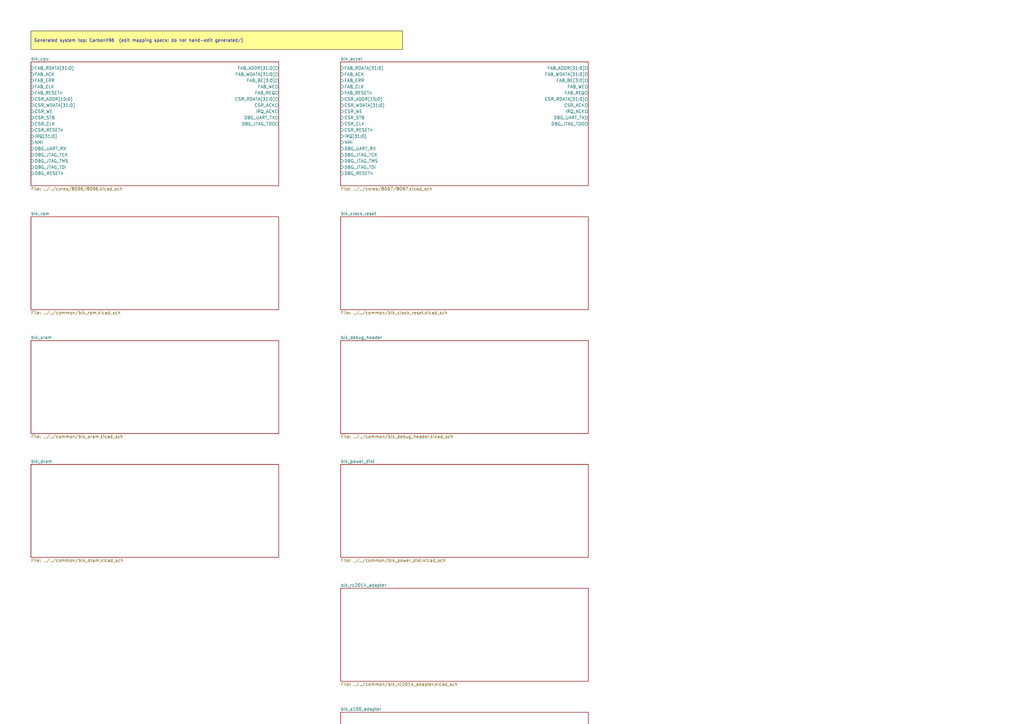
<source format=kicad_sch>
(kicad_sch
	(version 20250114)
	(generator "kicadgen")
	(generator_version "0.1")
	(uuid "25caf57d-20fb-5291-88c1-b77ee3cf2846")
	(paper "A3")
	(title_block
		(title "CarbonX96 (generated)")
		(company "Project Carbon")
		(comment 1 "Generated - do not edit in generated/")
		(comment 2 "Edit in schem/kicad9/manual/ or refine mapping specs")
	)
	(lib_symbols)
	(text_box
		"Generated system top: CarbonX96  (edit mapping specs; do not hand-edit generated/)"
		(exclude_from_sim no)
		(at
			12.7
			12.7
			0
		)
		(size 152.4 7.62)
		(margins
			1.27
			1.27
			1.27
			1.27
		)
		(stroke
			(width 0)
			(type default)
			(color
				0
				0
				0
				1
			)
		)
		(fill
			(type color)
			(color
				255
				255
				150
				1
			)
		)
		(effects
			(font
				(size 1.27 1.27)
			)
			(justify left)
		)
		(uuid "3fcdf4d7-a67b-5ed4-bf10-c8dc5f01d688")
	)
	(sheet
		(at 12.7 25.4)
		(size 101.6 50.8)
		(exclude_from_sim no)
		(in_bom yes)
		(on_board yes)
		(dnp no)
		(stroke
			(width 0)
			(type solid)
		)
		(fill
			(color
				0
				0
				0
				0
			)
		)
		(uuid "b06039b8-a32b-539a-9859-5b51987781ad")
		(property
			"Sheetname"
			"blk_cpu"
			(at
				12.7
				24.13
				0
			)
			(effects
				(font
					(size 1.27 1.27)
				)
				(justify left)
			)
		)
		(property
			"Sheetfile"
			"../../cores/8096/8096.kicad_sch"
			(at
				12.7
				77.47
				0
			)
			(effects
				(font
					(size 1.27 1.27)
				)
				(justify left)
			)
		)
		(pin
			"FAB_RDATA[31:0]"
			input
			(at
				12.7
				27.94
				180
			)
			(uuid "6a79cb50-2c79-58ca-8057-bbfec4ea8255")
			(effects
				(font
					(size 1.27 1.27)
				)
				(justify left)
			)
		)
		(pin
			"FAB_ACK"
			input
			(at
				12.7
				30.48
				180
			)
			(uuid "85b22205-babb-514d-9d6a-0e5073f37d8b")
			(effects
				(font
					(size 1.27 1.27)
				)
				(justify left)
			)
		)
		(pin
			"FAB_ERR"
			input
			(at
				12.7
				33.02
				180
			)
			(uuid "390cacd5-87f0-504e-b863-cbbf1f686ddf")
			(effects
				(font
					(size 1.27 1.27)
				)
				(justify left)
			)
		)
		(pin
			"FAB_CLK"
			input
			(at
				12.7
				35.56
				180
			)
			(uuid "2d7b8e91-667c-553c-b6d7-308a588f5b5b")
			(effects
				(font
					(size 1.27 1.27)
				)
				(justify left)
			)
		)
		(pin
			"FAB_RESETn"
			input
			(at
				12.7
				38.1
				180
			)
			(uuid "bddb34fe-7207-5584-a450-4243d65164c6")
			(effects
				(font
					(size 1.27 1.27)
				)
				(justify left)
			)
		)
		(pin
			"CSR_ADDR[15:0]"
			input
			(at
				12.7
				40.64
				180
			)
			(uuid "89b68de4-c859-5729-b74a-51204b86251b")
			(effects
				(font
					(size 1.27 1.27)
				)
				(justify left)
			)
		)
		(pin
			"CSR_WDATA[31:0]"
			input
			(at
				12.7
				43.18
				180
			)
			(uuid "e30cb9d3-69d0-5aef-86d1-2c979503ebd7")
			(effects
				(font
					(size 1.27 1.27)
				)
				(justify left)
			)
		)
		(pin
			"CSR_WE"
			input
			(at
				12.7
				45.72
				180
			)
			(uuid "2ebbd169-4c27-5422-b5b7-22e6cf19c7c2")
			(effects
				(font
					(size 1.27 1.27)
				)
				(justify left)
			)
		)
		(pin
			"CSR_STB"
			input
			(at
				12.7
				48.26
				180
			)
			(uuid "12961aa8-76bd-57da-bdfc-1662430e8560")
			(effects
				(font
					(size 1.27 1.27)
				)
				(justify left)
			)
		)
		(pin
			"CSR_CLK"
			input
			(at
				12.7
				50.8
				180
			)
			(uuid "bf01852f-1704-53e7-a017-9c8daed1c37a")
			(effects
				(font
					(size 1.27 1.27)
				)
				(justify left)
			)
		)
		(pin
			"CSR_RESETn"
			input
			(at
				12.7
				53.34
				180
			)
			(uuid "e572cb40-1622-5daf-b67a-64d2741f370d")
			(effects
				(font
					(size 1.27 1.27)
				)
				(justify left)
			)
		)
		(pin
			"IRQ[31:0]"
			input
			(at
				12.7
				55.88
				180
			)
			(uuid "786ad3c8-2d7c-5f42-bfa4-11a45393a9f4")
			(effects
				(font
					(size 1.27 1.27)
				)
				(justify left)
			)
		)
		(pin
			"NMI"
			input
			(at
				12.7
				58.42
				180
			)
			(uuid "9fecfc15-3de0-5b72-bdfc-040981dd24c7")
			(effects
				(font
					(size 1.27 1.27)
				)
				(justify left)
			)
		)
		(pin
			"DBG_UART_RX"
			input
			(at
				12.7
				60.96
				180
			)
			(uuid "33980483-8885-5fd8-bd6c-6505e33d3a35")
			(effects
				(font
					(size 1.27 1.27)
				)
				(justify left)
			)
		)
		(pin
			"DBG_JTAG_TCK"
			input
			(at
				12.7
				63.5
				180
			)
			(uuid "e506af42-7719-5665-99b2-3773a632f2ec")
			(effects
				(font
					(size 1.27 1.27)
				)
				(justify left)
			)
		)
		(pin
			"DBG_JTAG_TMS"
			input
			(at
				12.7
				66.04
				180
			)
			(uuid "3e84d3c4-8163-55b9-98f4-21d571c5c375")
			(effects
				(font
					(size 1.27 1.27)
				)
				(justify left)
			)
		)
		(pin
			"DBG_JTAG_TDI"
			input
			(at
				12.7
				68.58
				180
			)
			(uuid "a4da9b06-df43-51ef-a131-b45216b3e6b8")
			(effects
				(font
					(size 1.27 1.27)
				)
				(justify left)
			)
		)
		(pin
			"DBG_RESETn"
			input
			(at
				12.7
				71.12
				180
			)
			(uuid "f0060c9b-69da-530b-bb59-430a44196eb1")
			(effects
				(font
					(size 1.27 1.27)
				)
				(justify left)
			)
		)
		(pin
			"FAB_ADDR[31:0]"
			output
			(at
				114.3
				27.94
				0
			)
			(uuid "807c5da7-8184-51f7-8edf-d009e26fa41e")
			(effects
				(font
					(size 1.27 1.27)
				)
				(justify right)
			)
		)
		(pin
			"FAB_WDATA[31:0]"
			output
			(at
				114.3
				30.48
				0
			)
			(uuid "b0d11658-57d5-5b75-bda6-3d78d8b88744")
			(effects
				(font
					(size 1.27 1.27)
				)
				(justify right)
			)
		)
		(pin
			"FAB_BE[3:0]"
			output
			(at
				114.3
				33.02
				0
			)
			(uuid "f0db4617-6f9b-5549-8846-7f97848f1a0e")
			(effects
				(font
					(size 1.27 1.27)
				)
				(justify right)
			)
		)
		(pin
			"FAB_WE"
			output
			(at
				114.3
				35.56
				0
			)
			(uuid "3f7fd731-53a6-504f-95b1-96b6026ae50a")
			(effects
				(font
					(size 1.27 1.27)
				)
				(justify right)
			)
		)
		(pin
			"FAB_REQ"
			output
			(at
				114.3
				38.1
				0
			)
			(uuid "39a09834-0e10-5cbd-b15e-f5db170021c3")
			(effects
				(font
					(size 1.27 1.27)
				)
				(justify right)
			)
		)
		(pin
			"CSR_RDATA[31:0]"
			output
			(at
				114.3
				40.64
				0
			)
			(uuid "8c3867bd-7062-5f5f-8e18-46264ecd0c68")
			(effects
				(font
					(size 1.27 1.27)
				)
				(justify right)
			)
		)
		(pin
			"CSR_ACK"
			output
			(at
				114.3
				43.18
				0
			)
			(uuid "18e1d90f-0a42-5889-bee5-fb52729c1443")
			(effects
				(font
					(size 1.27 1.27)
				)
				(justify right)
			)
		)
		(pin
			"IRQ_ACK"
			output
			(at
				114.3
				45.72
				0
			)
			(uuid "b795cfea-ee66-5805-b538-b446d02838f0")
			(effects
				(font
					(size 1.27 1.27)
				)
				(justify right)
			)
		)
		(pin
			"DBG_UART_TX"
			output
			(at
				114.3
				48.26
				0
			)
			(uuid "f6248ef8-e7be-5266-a67e-6e9bcee95d27")
			(effects
				(font
					(size 1.27 1.27)
				)
				(justify right)
			)
		)
		(pin
			"DBG_JTAG_TDO"
			output
			(at
				114.3
				50.8
				0
			)
			(uuid "83ec51ff-f55b-5106-8144-fcf025973084")
			(effects
				(font
					(size 1.27 1.27)
				)
				(justify right)
			)
		)
		(instances
			(project
				"system_CarbonX96"
				(path
					"/25caf57d-20fb-5291-88c1-b77ee3cf2846"
					(page "2")
				)
			)
		)
	)
	(sheet
		(at 139.7 25.4)
		(size 101.6 50.8)
		(exclude_from_sim no)
		(in_bom yes)
		(on_board yes)
		(dnp no)
		(stroke
			(width 0)
			(type solid)
		)
		(fill
			(color
				0
				0
				0
				0
			)
		)
		(uuid "2e232b23-4a13-539e-b802-a1cdf625bb92")
		(property
			"Sheetname"
			"blk_accel"
			(at
				139.7
				24.13
				0
			)
			(effects
				(font
					(size 1.27 1.27)
				)
				(justify left)
			)
		)
		(property
			"Sheetfile"
			"../../cores/8097/8097.kicad_sch"
			(at
				139.7
				77.47
				0
			)
			(effects
				(font
					(size 1.27 1.27)
				)
				(justify left)
			)
		)
		(pin
			"FAB_RDATA[31:0]"
			input
			(at
				139.7
				27.94
				180
			)
			(uuid "be089933-268d-5d7d-82d0-7e45b1698fc5")
			(effects
				(font
					(size 1.27 1.27)
				)
				(justify left)
			)
		)
		(pin
			"FAB_ACK"
			input
			(at
				139.7
				30.48
				180
			)
			(uuid "040bf406-5244-56e4-85da-f888a1f287bb")
			(effects
				(font
					(size 1.27 1.27)
				)
				(justify left)
			)
		)
		(pin
			"FAB_ERR"
			input
			(at
				139.7
				33.02
				180
			)
			(uuid "6c63bc99-0a0e-5899-8cef-60f392c5438a")
			(effects
				(font
					(size 1.27 1.27)
				)
				(justify left)
			)
		)
		(pin
			"FAB_CLK"
			input
			(at
				139.7
				35.56
				180
			)
			(uuid "de3bf920-e4c9-59ae-9f09-2f1c6dda67ab")
			(effects
				(font
					(size 1.27 1.27)
				)
				(justify left)
			)
		)
		(pin
			"FAB_RESETn"
			input
			(at
				139.7
				38.1
				180
			)
			(uuid "42c1c139-593f-5a05-8e95-740d6eed7b70")
			(effects
				(font
					(size 1.27 1.27)
				)
				(justify left)
			)
		)
		(pin
			"CSR_ADDR[15:0]"
			input
			(at
				139.7
				40.64
				180
			)
			(uuid "554e656e-2fb6-564e-8caa-50f54ebdefe6")
			(effects
				(font
					(size 1.27 1.27)
				)
				(justify left)
			)
		)
		(pin
			"CSR_WDATA[31:0]"
			input
			(at
				139.7
				43.18
				180
			)
			(uuid "3b87f466-4764-533c-b048-5ec6c4c6391e")
			(effects
				(font
					(size 1.27 1.27)
				)
				(justify left)
			)
		)
		(pin
			"CSR_WE"
			input
			(at
				139.7
				45.72
				180
			)
			(uuid "d52c4b3f-451c-5cd3-bda6-3cd02757e291")
			(effects
				(font
					(size 1.27 1.27)
				)
				(justify left)
			)
		)
		(pin
			"CSR_STB"
			input
			(at
				139.7
				48.26
				180
			)
			(uuid "cd3be55f-fe84-5ebb-8f5c-41d238351b60")
			(effects
				(font
					(size 1.27 1.27)
				)
				(justify left)
			)
		)
		(pin
			"CSR_CLK"
			input
			(at
				139.7
				50.8
				180
			)
			(uuid "4ab75209-1e06-570d-8e6b-cdd1a28223a5")
			(effects
				(font
					(size 1.27 1.27)
				)
				(justify left)
			)
		)
		(pin
			"CSR_RESETn"
			input
			(at
				139.7
				53.34
				180
			)
			(uuid "b18fa990-3b92-5d9c-b4b4-cb5be5b49cc7")
			(effects
				(font
					(size 1.27 1.27)
				)
				(justify left)
			)
		)
		(pin
			"IRQ[31:0]"
			input
			(at
				139.7
				55.88
				180
			)
			(uuid "73fc2c49-68a1-5d32-a64e-f046009295a8")
			(effects
				(font
					(size 1.27 1.27)
				)
				(justify left)
			)
		)
		(pin
			"NMI"
			input
			(at
				139.7
				58.42
				180
			)
			(uuid "d921fcbd-2c3d-56b4-9a07-3fbb08ebf61b")
			(effects
				(font
					(size 1.27 1.27)
				)
				(justify left)
			)
		)
		(pin
			"DBG_UART_RX"
			input
			(at
				139.7
				60.96
				180
			)
			(uuid "ed5347e1-2b06-54af-9a71-99ab6a8ddb4e")
			(effects
				(font
					(size 1.27 1.27)
				)
				(justify left)
			)
		)
		(pin
			"DBG_JTAG_TCK"
			input
			(at
				139.7
				63.5
				180
			)
			(uuid "63c8016c-a253-5e6b-b9bf-e72fa40913d8")
			(effects
				(font
					(size 1.27 1.27)
				)
				(justify left)
			)
		)
		(pin
			"DBG_JTAG_TMS"
			input
			(at
				139.7
				66.04
				180
			)
			(uuid "3cbb7bda-5ae8-52b5-a874-a216b2137dd0")
			(effects
				(font
					(size 1.27 1.27)
				)
				(justify left)
			)
		)
		(pin
			"DBG_JTAG_TDI"
			input
			(at
				139.7
				68.58
				180
			)
			(uuid "9c957e4a-7795-5653-a1bf-216a21cd7145")
			(effects
				(font
					(size 1.27 1.27)
				)
				(justify left)
			)
		)
		(pin
			"DBG_RESETn"
			input
			(at
				139.7
				71.12
				180
			)
			(uuid "ca1d3f20-21e8-56ae-a86e-c4b9583e37ee")
			(effects
				(font
					(size 1.27 1.27)
				)
				(justify left)
			)
		)
		(pin
			"FAB_ADDR[31:0]"
			output
			(at
				241.3
				27.94
				0
			)
			(uuid "045b4eb8-22e8-5a3c-8285-c20d207a8552")
			(effects
				(font
					(size 1.27 1.27)
				)
				(justify right)
			)
		)
		(pin
			"FAB_WDATA[31:0]"
			output
			(at
				241.3
				30.48
				0
			)
			(uuid "38ee450f-7648-5a63-ab22-7fd4a13c25b6")
			(effects
				(font
					(size 1.27 1.27)
				)
				(justify right)
			)
		)
		(pin
			"FAB_BE[3:0]"
			output
			(at
				241.3
				33.02
				0
			)
			(uuid "6f7993d9-e161-55bb-a528-e04bd01a05f9")
			(effects
				(font
					(size 1.27 1.27)
				)
				(justify right)
			)
		)
		(pin
			"FAB_WE"
			output
			(at
				241.3
				35.56
				0
			)
			(uuid "41ba1bfc-f71a-5ace-94f0-b477e23484a1")
			(effects
				(font
					(size 1.27 1.27)
				)
				(justify right)
			)
		)
		(pin
			"FAB_REQ"
			output
			(at
				241.3
				38.1
				0
			)
			(uuid "8cc09621-6d39-55d4-94c9-e761fe67d561")
			(effects
				(font
					(size 1.27 1.27)
				)
				(justify right)
			)
		)
		(pin
			"CSR_RDATA[31:0]"
			output
			(at
				241.3
				40.64
				0
			)
			(uuid "7c4a1765-d158-51f0-a667-101e76a0e730")
			(effects
				(font
					(size 1.27 1.27)
				)
				(justify right)
			)
		)
		(pin
			"CSR_ACK"
			output
			(at
				241.3
				43.18
				0
			)
			(uuid "44c62106-264d-599a-b835-a644296b7efb")
			(effects
				(font
					(size 1.27 1.27)
				)
				(justify right)
			)
		)
		(pin
			"IRQ_ACK"
			output
			(at
				241.3
				45.72
				0
			)
			(uuid "6b41a86f-d600-5cd6-b536-9df4dcd5542a")
			(effects
				(font
					(size 1.27 1.27)
				)
				(justify right)
			)
		)
		(pin
			"DBG_UART_TX"
			output
			(at
				241.3
				48.26
				0
			)
			(uuid "dcba8e17-cd7a-5730-b5bf-b7cd427958c8")
			(effects
				(font
					(size 1.27 1.27)
				)
				(justify right)
			)
		)
		(pin
			"DBG_JTAG_TDO"
			output
			(at
				241.3
				50.8
				0
			)
			(uuid "b4caee8c-fd2a-5c9c-a388-d2016c40be54")
			(effects
				(font
					(size 1.27 1.27)
				)
				(justify right)
			)
		)
		(instances
			(project
				"system_CarbonX96"
				(path
					"/25caf57d-20fb-5291-88c1-b77ee3cf2846"
					(page "3")
				)
			)
		)
	)
	(sheet
		(at 12.7 88.9)
		(size 101.6 38.1)
		(exclude_from_sim no)
		(in_bom yes)
		(on_board yes)
		(dnp no)
		(stroke
			(width 0)
			(type solid)
		)
		(fill
			(color
				0
				0
				0
				0
			)
		)
		(uuid "5ffea2c9-78a5-5695-ad5c-c8986d6431c9")
		(property
			"Sheetname"
			"blk_rom"
			(at
				12.7
				87.63
				0
			)
			(effects
				(font
					(size 1.27 1.27)
				)
				(justify left)
			)
		)
		(property
			"Sheetfile"
			"../../common/blk_rom.kicad_sch"
			(at
				12.7
				128.27
				0
			)
			(effects
				(font
					(size 1.27 1.27)
				)
				(justify left)
			)
		)
		(instances
			(project
				"system_CarbonX96"
				(path
					"/25caf57d-20fb-5291-88c1-b77ee3cf2846"
					(page "4")
				)
			)
		)
	)
	(sheet
		(at 12.7 139.7)
		(size 101.6 38.1)
		(exclude_from_sim no)
		(in_bom yes)
		(on_board yes)
		(dnp no)
		(stroke
			(width 0)
			(type solid)
		)
		(fill
			(color
				0
				0
				0
				0
			)
		)
		(uuid "988ee081-1795-5b25-9e97-2cbaf2a731dc")
		(property
			"Sheetname"
			"blk_sram"
			(at
				12.7
				138.43
				0
			)
			(effects
				(font
					(size 1.27 1.27)
				)
				(justify left)
			)
		)
		(property
			"Sheetfile"
			"../../common/blk_sram.kicad_sch"
			(at
				12.7
				179.07
				0
			)
			(effects
				(font
					(size 1.27 1.27)
				)
				(justify left)
			)
		)
		(instances
			(project
				"system_CarbonX96"
				(path
					"/25caf57d-20fb-5291-88c1-b77ee3cf2846"
					(page "5")
				)
			)
		)
	)
	(sheet
		(at 12.7 190.5)
		(size 101.6 38.1)
		(exclude_from_sim no)
		(in_bom yes)
		(on_board yes)
		(dnp no)
		(stroke
			(width 0)
			(type solid)
		)
		(fill
			(color
				0
				0
				0
				0
			)
		)
		(uuid "dfda8827-8727-549e-a20e-c336cf5424cb")
		(property
			"Sheetname"
			"blk_dram"
			(at
				12.7
				189.23
				0
			)
			(effects
				(font
					(size 1.27 1.27)
				)
				(justify left)
			)
		)
		(property
			"Sheetfile"
			"../../common/blk_dram.kicad_sch"
			(at
				12.7
				229.87
				0
			)
			(effects
				(font
					(size 1.27 1.27)
				)
				(justify left)
			)
		)
		(instances
			(project
				"system_CarbonX96"
				(path
					"/25caf57d-20fb-5291-88c1-b77ee3cf2846"
					(page "6")
				)
			)
		)
	)
	(sheet
		(at 139.7 88.9)
		(size 101.6 38.1)
		(exclude_from_sim no)
		(in_bom yes)
		(on_board yes)
		(dnp no)
		(stroke
			(width 0)
			(type solid)
		)
		(fill
			(color
				0
				0
				0
				0
			)
		)
		(uuid "19bdc5db-d518-575b-be55-e7cfa6260dc1")
		(property
			"Sheetname"
			"blk_clock_reset"
			(at
				139.7
				87.63
				0
			)
			(effects
				(font
					(size 1.27 1.27)
				)
				(justify left)
			)
		)
		(property
			"Sheetfile"
			"../../common/blk_clock_reset.kicad_sch"
			(at
				139.7
				128.27
				0
			)
			(effects
				(font
					(size 1.27 1.27)
				)
				(justify left)
			)
		)
		(instances
			(project
				"system_CarbonX96"
				(path
					"/25caf57d-20fb-5291-88c1-b77ee3cf2846"
					(page "7")
				)
			)
		)
	)
	(sheet
		(at 139.7 139.7)
		(size 101.6 38.1)
		(exclude_from_sim no)
		(in_bom yes)
		(on_board yes)
		(dnp no)
		(stroke
			(width 0)
			(type solid)
		)
		(fill
			(color
				0
				0
				0
				0
			)
		)
		(uuid "afbe2834-0244-5631-8b67-c0c7ecbb5bc9")
		(property
			"Sheetname"
			"blk_debug_header"
			(at
				139.7
				138.43
				0
			)
			(effects
				(font
					(size 1.27 1.27)
				)
				(justify left)
			)
		)
		(property
			"Sheetfile"
			"../../common/blk_debug_header.kicad_sch"
			(at
				139.7
				179.07
				0
			)
			(effects
				(font
					(size 1.27 1.27)
				)
				(justify left)
			)
		)
		(instances
			(project
				"system_CarbonX96"
				(path
					"/25caf57d-20fb-5291-88c1-b77ee3cf2846"
					(page "8")
				)
			)
		)
	)
	(sheet
		(at 139.7 190.5)
		(size 101.6 38.1)
		(exclude_from_sim no)
		(in_bom yes)
		(on_board yes)
		(dnp no)
		(stroke
			(width 0)
			(type solid)
		)
		(fill
			(color
				0
				0
				0
				0
			)
		)
		(uuid "53c8bde8-0a99-5daf-9c86-ad7cd2a6cd33")
		(property
			"Sheetname"
			"blk_power_dist"
			(at
				139.7
				189.23
				0
			)
			(effects
				(font
					(size 1.27 1.27)
				)
				(justify left)
			)
		)
		(property
			"Sheetfile"
			"../../common/blk_power_dist.kicad_sch"
			(at
				139.7
				229.87
				0
			)
			(effects
				(font
					(size 1.27 1.27)
				)
				(justify left)
			)
		)
		(instances
			(project
				"system_CarbonX96"
				(path
					"/25caf57d-20fb-5291-88c1-b77ee3cf2846"
					(page "9")
				)
			)
		)
	)
	(sheet
		(at 139.7 241.3)
		(size 101.6 38.1)
		(exclude_from_sim no)
		(in_bom yes)
		(on_board yes)
		(dnp no)
		(stroke
			(width 0)
			(type solid)
		)
		(fill
			(color
				0
				0
				0
				0
			)
		)
		(uuid "7903478e-c101-5681-a477-d959c4830763")
		(property
			"Sheetname"
			"blk_rc2014_adapter"
			(at
				139.7
				240.03
				0
			)
			(effects
				(font
					(size 1.27 1.27)
				)
				(justify left)
			)
		)
		(property
			"Sheetfile"
			"../../common/blk_rc2014_adapter.kicad_sch"
			(at
				139.7
				280.67
				0
			)
			(effects
				(font
					(size 1.27 1.27)
				)
				(justify left)
			)
		)
		(instances
			(project
				"system_CarbonX96"
				(path
					"/25caf57d-20fb-5291-88c1-b77ee3cf2846"
					(page "10")
				)
			)
		)
	)
	(sheet
		(at 139.7 292.1)
		(size 101.6 38.1)
		(exclude_from_sim no)
		(in_bom yes)
		(on_board yes)
		(dnp no)
		(stroke
			(width 0)
			(type solid)
		)
		(fill
			(color
				0
				0
				0
				0
			)
		)
		(uuid "1aff7638-9472-5d75-a587-03e48dea3e81")
		(property
			"Sheetname"
			"blk_s100_adapter"
			(at
				139.7
				290.83
				0
			)
			(effects
				(font
					(size 1.27 1.27)
				)
				(justify left)
			)
		)
		(property
			"Sheetfile"
			"../../common/blk_s100_adapter.kicad_sch"
			(at
				139.7
				331.47
				0
			)
			(effects
				(font
					(size 1.27 1.27)
				)
				(justify left)
			)
		)
		(instances
			(project
				"system_CarbonX96"
				(path
					"/25caf57d-20fb-5291-88c1-b77ee3cf2846"
					(page "11")
				)
			)
		)
	)
	(sheet_instances
		(path
			"/"
			(page "1")
		)
	)
	(embedded_fonts no)
)

</source>
